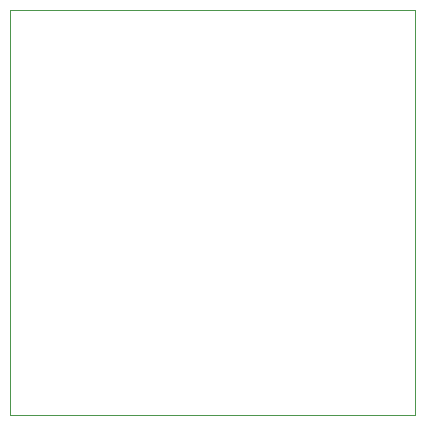
<source format=gko>
G75*
%MOIN*%
%OFA0B0*%
%FSLAX25Y25*%
%IPPOS*%
%LPD*%
%AMOC8*
5,1,8,0,0,1.08239X$1,22.5*
%
%ADD10C,0.00000*%
D10*
X0014500Y0026300D02*
X0149500Y0026300D01*
X0149500Y0161300D01*
X0014500Y0161300D01*
X0014500Y0026300D01*
M02*

</source>
